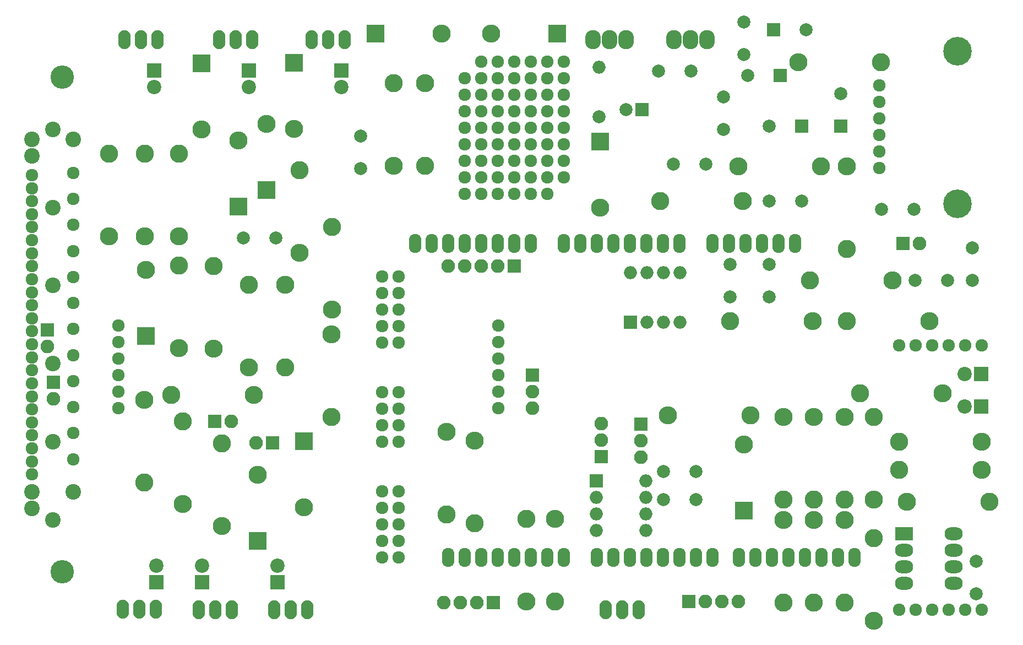
<source format=gts>
G04 #@! TF.FileFunction,Soldermask,Top*
%FSLAX46Y46*%
G04 Gerber Fmt 4.6, Leading zero omitted, Abs format (unit mm)*
G04 Created by KiCad (PCBNEW 4.0.6+dfsg1-1) date Fri Mar  9 00:23:43 2018*
%MOMM*%
%LPD*%
G01*
G04 APERTURE LIST*
%ADD10C,0.100000*%
%ADD11C,2.800000*%
%ADD12O,2.800000X2.800000*%
%ADD13C,2.000000*%
%ADD14R,2.800000X2.800000*%
%ADD15C,1.924000*%
%ADD16C,4.400000*%
%ADD17R,2.000000X2.000000*%
%ADD18O,2.000000X2.000000*%
%ADD19R,2.200000X2.200000*%
%ADD20C,2.200000*%
%ADD21O,1.901140X2.899360*%
%ADD22R,2.100000X2.100000*%
%ADD23O,2.100000X2.100000*%
%ADD24O,1.924000X2.940000*%
%ADD25R,2.800000X2.000000*%
%ADD26O,2.800000X2.000000*%
%ADD27O,2.432000X2.940000*%
%ADD28C,2.400000*%
%ADD29C,3.600000*%
G04 APERTURE END LIST*
D10*
D11*
X90900000Y-134300000D03*
D12*
X90900000Y-121600000D03*
D11*
X193900000Y-152700000D03*
D12*
X193900000Y-140000000D03*
D13*
X124200000Y-81000000D03*
X124200000Y-86000000D03*
D14*
X109700000Y-89300000D03*
D12*
X109700000Y-79140000D03*
D15*
X204000000Y-73205000D03*
X204000000Y-75745000D03*
X204000000Y-78285000D03*
X204000000Y-80825000D03*
X204000000Y-83365000D03*
X204000000Y-85905000D03*
D16*
X216000000Y-91410000D03*
X216000000Y-68000000D03*
D13*
X175000000Y-71000000D03*
X170000000Y-71000000D03*
D17*
X167500000Y-77000000D03*
D13*
X165000000Y-77000000D03*
X183100000Y-68500000D03*
X183100000Y-63500000D03*
D17*
X187700000Y-64700000D03*
D13*
X192700000Y-64700000D03*
D14*
X154410000Y-65250000D03*
D12*
X144250000Y-65250000D03*
D14*
X161000000Y-81840000D03*
D12*
X161000000Y-92000000D03*
D17*
X188750000Y-71750000D03*
D13*
X183750000Y-71750000D03*
D17*
X192000000Y-79500000D03*
D13*
X187000000Y-79500000D03*
D17*
X198000000Y-79500000D03*
D13*
X198000000Y-74500000D03*
D11*
X204200000Y-69700000D03*
D12*
X191500000Y-69700000D03*
D11*
X119800000Y-95000000D03*
D12*
X119800000Y-107700000D03*
D13*
X204300000Y-92300000D03*
X209300000Y-92300000D03*
X187000000Y-91000000D03*
X192000000Y-91000000D03*
X209500000Y-103250000D03*
X214500000Y-103250000D03*
X218250000Y-103250000D03*
X218250000Y-98250000D03*
X177260000Y-85310000D03*
X172260000Y-85310000D03*
X180000000Y-80000000D03*
X180000000Y-75000000D03*
X111200000Y-96700000D03*
X106200000Y-96700000D03*
X187000000Y-105750000D03*
X187000000Y-100750000D03*
X181000000Y-105750000D03*
X181000000Y-100750000D03*
D17*
X165670000Y-109620000D03*
D18*
X173290000Y-102000000D03*
X168210000Y-109620000D03*
X170750000Y-102000000D03*
X170750000Y-109620000D03*
X168210000Y-102000000D03*
X173290000Y-109620000D03*
X165670000Y-102000000D03*
D11*
X199000000Y-98400000D03*
D12*
X199000000Y-85700000D03*
D11*
X195000000Y-85700000D03*
D12*
X182300000Y-85700000D03*
D11*
X193300000Y-103250000D03*
D12*
X206000000Y-103250000D03*
D11*
X199000000Y-109500000D03*
D12*
X211700000Y-109500000D03*
D11*
X170300000Y-91020000D03*
D12*
X183000000Y-91020000D03*
D11*
X134100000Y-85600000D03*
D12*
X134100000Y-72900000D03*
D11*
X114800000Y-86300000D03*
D12*
X114800000Y-99000000D03*
D11*
X129300000Y-72900000D03*
D12*
X129300000Y-85600000D03*
D11*
X181000000Y-109500000D03*
D12*
X193700000Y-109500000D03*
D14*
X99750000Y-69840000D03*
D12*
X99750000Y-80000000D03*
D14*
X114000000Y-69750000D03*
D12*
X114000000Y-79910000D03*
D14*
X126500000Y-65250000D03*
D12*
X136660000Y-65250000D03*
D19*
X92500000Y-70960000D03*
D20*
X92500000Y-73500000D03*
D19*
X107000000Y-70960000D03*
D20*
X107000000Y-73500000D03*
D19*
X121250000Y-70960000D03*
D20*
X121250000Y-73500000D03*
D21*
X90460000Y-66250000D03*
X87920000Y-66250000D03*
X93000000Y-66250000D03*
X105000000Y-66250000D03*
X102460000Y-66250000D03*
X107540000Y-66250000D03*
X119250000Y-66250000D03*
X116710000Y-66250000D03*
X121790000Y-66250000D03*
D11*
X85500000Y-83750000D03*
D12*
X85500000Y-96450000D03*
D11*
X96300000Y-100900000D03*
D12*
X96300000Y-113600000D03*
D11*
X95100000Y-120800000D03*
D12*
X107800000Y-120800000D03*
D11*
X91000000Y-83750000D03*
D12*
X91000000Y-96450000D03*
D11*
X101600000Y-101000000D03*
D12*
X101600000Y-113700000D03*
D11*
X112600000Y-116600000D03*
D12*
X112600000Y-103900000D03*
D11*
X96250000Y-83750000D03*
D12*
X96250000Y-96450000D03*
D11*
X107000000Y-103900000D03*
D12*
X107000000Y-116600000D03*
D11*
X119700000Y-124200000D03*
D12*
X119700000Y-111500000D03*
D14*
X91200000Y-111800000D03*
D12*
X91200000Y-101640000D03*
D19*
X92800000Y-149600000D03*
D20*
X92800000Y-147060000D03*
D19*
X99800000Y-149600000D03*
D20*
X99800000Y-147060000D03*
D19*
X111400000Y-149600000D03*
D20*
X111400000Y-147060000D03*
D21*
X90210000Y-153750000D03*
X92750000Y-153750000D03*
X87670000Y-153750000D03*
X101840000Y-153800000D03*
X104380000Y-153800000D03*
X99300000Y-153800000D03*
X113440000Y-153800000D03*
X115980000Y-153800000D03*
X110900000Y-153800000D03*
D11*
X189200000Y-152700000D03*
D12*
X189200000Y-140000000D03*
D11*
X189200000Y-136900000D03*
D12*
X189200000Y-124200000D03*
D11*
X193900000Y-136900000D03*
D12*
X193900000Y-124200000D03*
D11*
X198600000Y-152700000D03*
D12*
X198600000Y-140000000D03*
D11*
X198600000Y-136900000D03*
D12*
X198600000Y-124200000D03*
D13*
X170800000Y-132600000D03*
X175800000Y-132600000D03*
X170800000Y-136900000D03*
X175800000Y-136900000D03*
D14*
X108400000Y-143300000D03*
D12*
X108400000Y-133140000D03*
D14*
X183110000Y-138640000D03*
D12*
X183110000Y-128480000D03*
D14*
X115500000Y-127900000D03*
D12*
X115500000Y-138060000D03*
D17*
X160440000Y-134040000D03*
D18*
X168060000Y-141660000D03*
X160440000Y-136580000D03*
X168060000Y-139120000D03*
X160440000Y-139120000D03*
X168060000Y-136580000D03*
X160440000Y-141660000D03*
X168060000Y-134040000D03*
D22*
X167300000Y-125320000D03*
D23*
X167300000Y-127860000D03*
X167300000Y-130400000D03*
D22*
X161200000Y-130300000D03*
D23*
X161200000Y-127760000D03*
X161200000Y-125220000D03*
D22*
X101760000Y-124900000D03*
D23*
X104300000Y-124900000D03*
D22*
X110700000Y-128200000D03*
D23*
X108160000Y-128200000D03*
D11*
X96850000Y-124850000D03*
D12*
X96850000Y-137550000D03*
D11*
X102850000Y-128300000D03*
D12*
X102850000Y-141000000D03*
D24*
X155440000Y-145800000D03*
X152900000Y-145800000D03*
X150360000Y-145800000D03*
X147820000Y-145800000D03*
X145280000Y-145800000D03*
X142740000Y-145800000D03*
X140200000Y-145800000D03*
X137660000Y-145800000D03*
X132580000Y-97540000D03*
X135120000Y-97540000D03*
X137660000Y-97540000D03*
X140200000Y-97540000D03*
X150360000Y-97540000D03*
X155440000Y-97540000D03*
X157980000Y-97540000D03*
X147820000Y-97540000D03*
X145280000Y-97540000D03*
X142740000Y-97540000D03*
X160520000Y-97540000D03*
X163060000Y-97540000D03*
X165600000Y-97540000D03*
X173220000Y-97540000D03*
X170680000Y-97540000D03*
X168140000Y-97540000D03*
X178300000Y-97540000D03*
X180840000Y-97540000D03*
X183380000Y-97540000D03*
X188460000Y-97540000D03*
X191000000Y-97540000D03*
X160520000Y-145800000D03*
X163060000Y-145800000D03*
X165600000Y-145800000D03*
X168140000Y-145800000D03*
X170680000Y-145800000D03*
X173220000Y-145800000D03*
X175760000Y-145800000D03*
X178300000Y-145800000D03*
X182364000Y-145800000D03*
X184904000Y-145800000D03*
X187444000Y-145800000D03*
X189984000Y-145800000D03*
X192524000Y-145800000D03*
X195064000Y-145800000D03*
X197604000Y-145800000D03*
X200144000Y-145800000D03*
X185920000Y-97540000D03*
D15*
X130040000Y-143260000D03*
X127500000Y-143260000D03*
X130040000Y-140720000D03*
X127500000Y-140720000D03*
X130040000Y-138180000D03*
X127500000Y-138180000D03*
X130040000Y-135640000D03*
X127500000Y-135640000D03*
X130040000Y-145800000D03*
X127500000Y-145800000D03*
X130040000Y-128020000D03*
X127500000Y-128020000D03*
X130040000Y-125480000D03*
X127500000Y-125480000D03*
X130040000Y-122940000D03*
X127500000Y-122940000D03*
X130040000Y-120400000D03*
X127500000Y-120400000D03*
X130040000Y-112780000D03*
X127500000Y-112780000D03*
X130040000Y-110240000D03*
X127500000Y-110240000D03*
X130040000Y-107700000D03*
X127500000Y-107700000D03*
X130040000Y-105160000D03*
X127500000Y-105160000D03*
X130040000Y-102620000D03*
X127500000Y-102620000D03*
X87000000Y-122880000D03*
X87000000Y-120340000D03*
X87000000Y-117800000D03*
X87000000Y-115260000D03*
X87000000Y-112720000D03*
X87000000Y-110180000D03*
X145420000Y-112720000D03*
X145420000Y-122880000D03*
X145420000Y-120340000D03*
X145420000Y-117800000D03*
X145420000Y-110180000D03*
X145420000Y-115260000D03*
D22*
X174680000Y-152600000D03*
D23*
X177220000Y-152600000D03*
X179760000Y-152600000D03*
X182300000Y-152600000D03*
D21*
X164460000Y-153800000D03*
X167000000Y-153800000D03*
X161920000Y-153800000D03*
D11*
X149700000Y-139900000D03*
D12*
X149700000Y-152600000D03*
D11*
X154100000Y-152600000D03*
D12*
X154100000Y-139900000D03*
D11*
X184170000Y-123960000D03*
D12*
X171470000Y-123960000D03*
D25*
X207760000Y-142160000D03*
D26*
X215380000Y-149780000D03*
X207760000Y-144700000D03*
X215380000Y-147240000D03*
X207760000Y-147240000D03*
X215380000Y-144700000D03*
X207760000Y-149780000D03*
X215380000Y-142160000D03*
D22*
X144600000Y-152700000D03*
D23*
X142060000Y-152700000D03*
X139520000Y-152700000D03*
X136980000Y-152700000D03*
D13*
X218890000Y-146360000D03*
X218890000Y-151360000D03*
D22*
X150600000Y-117790000D03*
D23*
X150600000Y-120330000D03*
X150600000Y-122870000D03*
D19*
X219600000Y-117590000D03*
D20*
X217060000Y-117590000D03*
D19*
X219600000Y-122590000D03*
D20*
X217060000Y-122590000D03*
D11*
X200970000Y-120590000D03*
D12*
X213670000Y-120590000D03*
D11*
X137410000Y-139230000D03*
D12*
X137410000Y-126530000D03*
D11*
X141730000Y-140520000D03*
D12*
X141730000Y-127820000D03*
D11*
X220900000Y-137260000D03*
D12*
X208200000Y-137260000D03*
D11*
X207040000Y-128000000D03*
D12*
X219740000Y-128000000D03*
D11*
X207040000Y-132300000D03*
D12*
X219740000Y-132300000D03*
D11*
X203100000Y-142800000D03*
D12*
X203100000Y-155500000D03*
D11*
X203100000Y-124200000D03*
D12*
X203100000Y-136900000D03*
D15*
X207000000Y-113200000D03*
X209540000Y-113200000D03*
X212080000Y-113200000D03*
X214620000Y-113200000D03*
X217160000Y-113200000D03*
X219700000Y-113200000D03*
X207000000Y-153840000D03*
X209540000Y-153840000D03*
X212080000Y-153840000D03*
X214620000Y-153840000D03*
X217160000Y-153840000D03*
X219700000Y-153840000D03*
D22*
X76000000Y-110860000D03*
D23*
X76000000Y-113400000D03*
D22*
X76990000Y-118900000D03*
D23*
X76990000Y-121440000D03*
D22*
X207570000Y-97510000D03*
D23*
X210110000Y-97510000D03*
D14*
X105400000Y-91900000D03*
D12*
X105400000Y-81740000D03*
D27*
X162500000Y-66250000D03*
X165040000Y-66250000D03*
X159960000Y-66250000D03*
X174960000Y-66250000D03*
X177500000Y-66250000D03*
X172420000Y-66250000D03*
D13*
X160900000Y-78100000D03*
D18*
X160900000Y-70480000D03*
D28*
X73700000Y-81500000D03*
X80000000Y-81500000D03*
D15*
X80000000Y-90700000D03*
X80000000Y-86700000D03*
X80000000Y-94700000D03*
X80000000Y-98700000D03*
X80000000Y-102700000D03*
X80000000Y-106700000D03*
X80000000Y-110700000D03*
X80000000Y-114700000D03*
X80000000Y-118700000D03*
X80000000Y-122700000D03*
X80000000Y-126700000D03*
D28*
X80000000Y-135700000D03*
D15*
X73700000Y-133040000D03*
D28*
X73700000Y-138240000D03*
X73700000Y-135700000D03*
D15*
X73700000Y-131040000D03*
X73700000Y-129040000D03*
X73700000Y-127040000D03*
X73700000Y-125040000D03*
X73700000Y-123040000D03*
X73700000Y-121040000D03*
X73700000Y-119040000D03*
X73700000Y-117040000D03*
X73700000Y-115040000D03*
X73700000Y-113040000D03*
X73700000Y-111040000D03*
X73700000Y-109040000D03*
X73700000Y-107040000D03*
X73700000Y-105040000D03*
X73700000Y-103040000D03*
X73700000Y-101040000D03*
X73700000Y-99040000D03*
X73700000Y-97040000D03*
X73700000Y-95040000D03*
X73700000Y-93040000D03*
X73700000Y-89040000D03*
X80000000Y-126700000D03*
X80000000Y-130700000D03*
X73700000Y-91040000D03*
X73700000Y-87040000D03*
D28*
X73700000Y-84040000D03*
X76850000Y-92000000D03*
X76850000Y-80000000D03*
X76850000Y-104000000D03*
X76850000Y-116000000D03*
X76850000Y-128000000D03*
X76850000Y-140000000D03*
D29*
X78300000Y-72000000D03*
X78300000Y-148000000D03*
D22*
X147800000Y-101000000D03*
D23*
X145260000Y-101000000D03*
X142720000Y-101000000D03*
X140180000Y-101000000D03*
X137640000Y-101000000D03*
D15*
X142750000Y-69577000D03*
X145290000Y-69577000D03*
X147830000Y-69577000D03*
X150370000Y-69577000D03*
X152910000Y-69577000D03*
X140210000Y-89897000D03*
X142750000Y-89897000D03*
X145290000Y-89897000D03*
X147830000Y-89897000D03*
X150370000Y-89897000D03*
X155450000Y-69577000D03*
X155450000Y-72117000D03*
X155450000Y-74657000D03*
X155450000Y-77197000D03*
X155450000Y-79737000D03*
X155450000Y-82277000D03*
X155450000Y-84817000D03*
X155450000Y-87357000D03*
X152910000Y-89897000D03*
X140210000Y-87357000D03*
X140210000Y-84817000D03*
X140210000Y-82277000D03*
X140210000Y-79737000D03*
X140210000Y-77197000D03*
X140210000Y-74657000D03*
X140210000Y-72117000D03*
X142750000Y-72117000D03*
X145290000Y-72117000D03*
X147830000Y-72117000D03*
X150370000Y-72117000D03*
X152910000Y-72117000D03*
X152910000Y-74657000D03*
X150370000Y-74657000D03*
X147830000Y-74657000D03*
X145290000Y-74657000D03*
X142750000Y-74657000D03*
X142750000Y-77197000D03*
X145290000Y-77197000D03*
X147830000Y-77197000D03*
X150370000Y-77197000D03*
X152910000Y-77197000D03*
X152910000Y-79737000D03*
X150370000Y-79737000D03*
X147830000Y-79737000D03*
X145290000Y-79737000D03*
X142750000Y-79737000D03*
X142750000Y-82277000D03*
X145290000Y-82277000D03*
X147830000Y-82277000D03*
X150370000Y-82277000D03*
X152910000Y-82277000D03*
X152910000Y-84817000D03*
X150370000Y-84817000D03*
X147830000Y-84817000D03*
X145290000Y-84817000D03*
X142750000Y-84817000D03*
X145290000Y-87357000D03*
X142750000Y-87357000D03*
X147830000Y-87357000D03*
X150370000Y-87357000D03*
X152910000Y-87357000D03*
M02*

</source>
